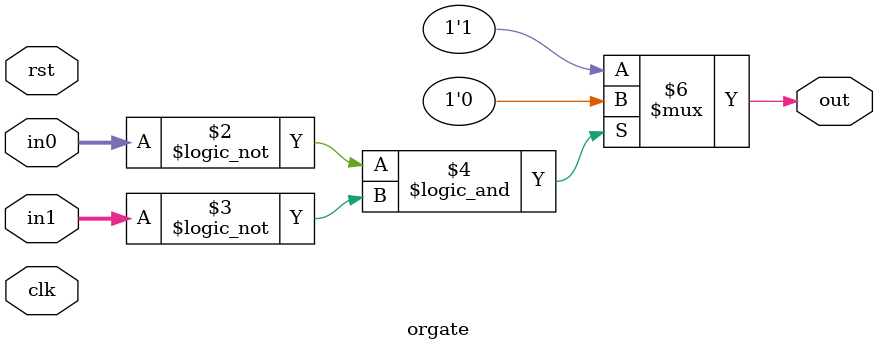
<source format=sv>
module mux4bit #(parameter width = 32)
(
	input clk,
   input rst,
   input [1:0] select,
   input  [width-1:0] in0, in1, in2, in3,
   output logic [width-1:0] out
);

always_comb
	begin
		if(select == 2'b00)
			out = in0;
		else if (select == 2'b01)
			out = in1;
		else if (select == 2'b10)
			out = in2;
		else
			out = in3;
	end
endmodule : mux4bit

module mux2bit #(parameter width = 32)
(
	input clk,
   input rst,
   input logic select,
   input  [width-1:0] in0, in1,
   output logic [width-1:0] out
);

always_comb
	begin
		if(select == 1)
			out = in0;
		else
			out = in1;
	end
endmodule : mux2bit

module mux3bit #(parameter width = 256)
(
	input clk,
   input rst,
   input [2:0] select,
   input  [width-1:0] in0, in1, in2, in3,
   output logic [width-1:0] out
);

always_comb
	begin
		if(select == 3'b000)
			out = in0;
		else if (select == 3'b001)
			out = in1;
		else if (select == 3'b101)
			out = in2;
		else
			out = in3;
	end
endmodule : mux3bit

module mux256bit #(parameter width = 256)
(
	input clk,
   input rst,
   input select,
   input [width-1:0] in0, in1,
   output logic [width-1:0] out
);

always_comb
	begin
		if(select == 0)
			out = in0;
		else
			out = in1;
	end
endmodule : mux256bit

module comparator #(parameter width = 24)
(
	input clk,
   input rst,
   input  [width-1:0] in0, in1,
   output logic out
);

always_comb
	begin
		if(in0 == in1)
			out = 1;
		else
			out = 0;
	end
endmodule : comparator

module andgate #(parameter width = 24)
(
	input clk,
   input rst,
   input  [width-1:0] in0, in1,
   output logic out
);

always_comb
	begin
		if(in0 == 1 && in1 == 1)
			out = 1;
		else
			out = 0;
	end
endmodule : andgate

module orgate #(parameter width = 24)
(
	input clk,
   input rst,
   input  [width-1:0] in0, in1,
   output logic out
);

always_comb
	begin
		if(in0 == 0 && in1 == 0)
			out = 0;
		else
			out = 1;
	end
endmodule : orgate

</source>
